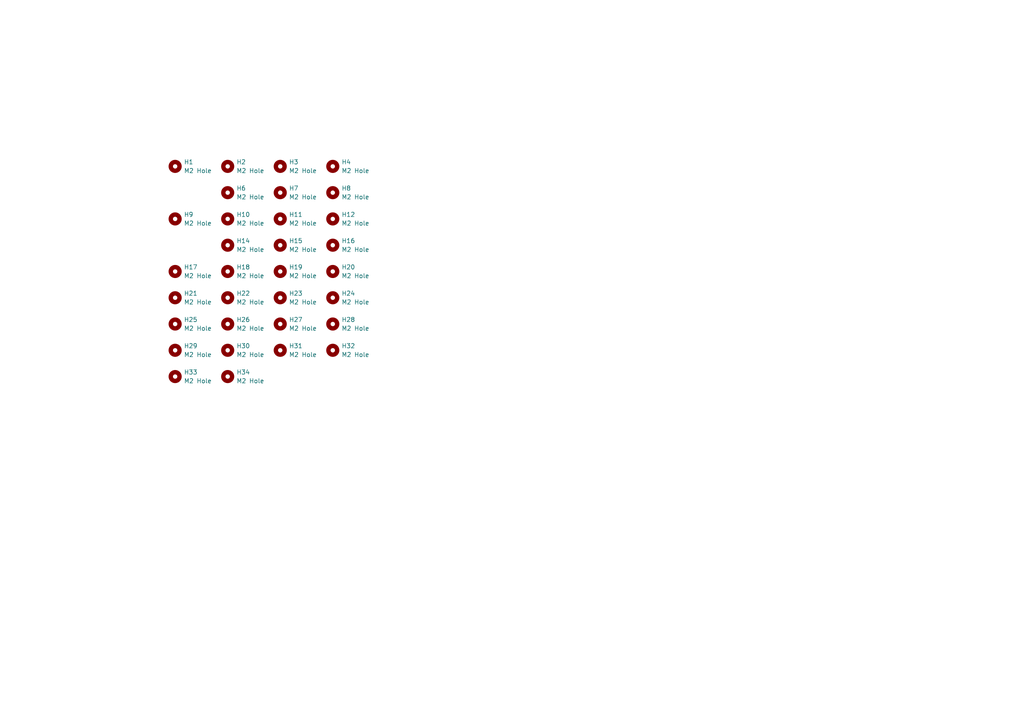
<source format=kicad_sch>
(kicad_sch (version 20230121) (generator eeschema)
  (paper "A4")
  (title_block (title "Le Capybara") (date "2023-09-01") (rev "0.2") (company "sporkus"))
  (lib_symbols
    (symbol "Mechanical:MountingHole" (pin_names (offset 1.016))
      (property "Reference" "H" (at 0 5.08 0))
      (property "Value" "MountingHole" (at 0 3.175 0))
      (symbol "MountingHole_0_1"
        (circle (center 0 0) (radius 1.27) (stroke (width 1.27)))
      )
    )
  )
  (symbol (lib_id "Mechanical:MountingHole") (at 96.52 93.98 0) (unit 1)
    (property "Reference" "H28" (at 99.06 92.71 0) (effects (justify left)))
    (property "Value" "M2 Hole" (at 99.06 95.25 0) (effects (justify left)))
    (property "Footprint" "capacitive_sensors:MountingHole_2.2mm_M2" (effects hide))
  )
  (symbol (lib_id "Mechanical:MountingHole") (at 50.8 93.98 0) (unit 1)
    (property "Reference" "H25" (at 53.34 92.71 0) (effects (justify left)))
    (property "Value" "M2 Hole" (at 53.34 95.25 0) (effects (justify left)))
    (property "Footprint" "capacitive_sensors:MountingHole_2.2mm_M2" (effects hide))
  )
  (symbol (lib_id "Mechanical:MountingHole") (at 66.04 86.36 0) (unit 1)
    (property "Reference" "H22" (at 68.58 85.09 0) (effects (justify left)))
    (property "Value" "M2 Hole" (at 68.58 87.63 0) (effects (justify left)))
    (property "Footprint" "MountingHole:MountingHole_2.2mm_M2" (effects hide))
  )
  (symbol (lib_id "Mechanical:MountingHole") (at 66.04 48.26 0) (unit 1)
    (property "Reference" "H2" (at 68.58 46.99 0) (effects (justify left)))
    (property "Value" "M2 Hole" (at 68.58 49.53 0) (effects (justify left)))
    (property "Footprint" "capacitive_sensors:MountingHole_2.2mm_M2" (effects hide))
  )
  (symbol (lib_id "Mechanical:MountingHole") (at 66.04 55.88 0) (unit 1)
    (property "Reference" "H6" (at 68.58 54.61 0) (effects (justify left)))
    (property "Value" "M2 Hole" (at 68.58 57.15 0) (effects (justify left)))
    (property "Footprint" "capacitive_sensors:MountingHole_2.2mm_M2" (effects hide))
  )
  (symbol (lib_id "Mechanical:MountingHole") (at 96.52 55.88 0) (unit 1)
    (property "Reference" "H8" (at 99.06 54.61 0) (effects (justify left)))
    (property "Value" "M2 Hole" (at 99.06 57.15 0) (effects (justify left)))
    (property "Footprint" "MountingHole:MountingHole_2.2mm_M2" (effects hide))
  )
  (symbol (lib_id "Mechanical:MountingHole") (at 81.28 93.98 0) (unit 1)
    (property "Reference" "H27" (at 83.82 92.71 0) (effects (justify left)))
    (property "Value" "M2 Hole" (at 83.82 95.25 0) (effects (justify left)))
    (property "Footprint" "capacitive_sensors:MountingHole_2.2mm_M2" (effects hide))
  )
  (symbol (lib_id "Mechanical:MountingHole") (at 66.04 109.22 0) (unit 1)
    (property "Reference" "H34" (at 68.58 107.95 0) (effects (justify left)))
    (property "Value" "M2 Hole" (at 68.58 110.49 0) (effects (justify left)))
    (property "Footprint" "capacitive_sensors:MountingHole_2.2mm_M2" (effects hide))
  )
  (symbol (lib_id "Mechanical:MountingHole") (at 96.52 78.74 0) (unit 1)
    (property "Reference" "H20" (at 99.06 77.47 0) (effects (justify left)))
    (property "Value" "M2 Hole" (at 99.06 80.01 0) (effects (justify left)))
    (property "Footprint" "capacitive_sensors:MountingHole_2.2mm_M2" (effects hide))
  )
  (symbol (lib_id "Mechanical:MountingHole") (at 81.28 71.12 0) (unit 1)
    (property "Reference" "H15" (at 83.82 69.85 0) (effects (justify left)))
    (property "Value" "M2 Hole" (at 83.82 72.39 0) (effects (justify left)))
    (property "Footprint" "capacitive_sensors:MountingHole_2.2mm_M2" (effects hide))
  )
  (symbol (lib_id "Mechanical:MountingHole") (at 96.52 63.5 0) (unit 1)
    (property "Reference" "H12" (at 99.06 62.23 0) (effects (justify left)))
    (property "Value" "M2 Hole" (at 99.06 64.77 0) (effects (justify left)))
    (property "Footprint" "capacitive_sensors:MountingHole_2.2mm_M2" (effects hide))
  )
  (symbol (lib_id "Mechanical:MountingHole") (at 50.8 109.22 0) (unit 1)
    (property "Reference" "H33" (at 53.34 107.95 0) (effects (justify left)))
    (property "Value" "M2 Hole" (at 53.34 110.49 0) (effects (justify left)))
    (property "Footprint" "capacitive_sensors:MountingHole_2.2mm_M2" (effects hide))
  )
  (symbol (lib_id "Mechanical:MountingHole") (at 96.52 71.12 0) (unit 1)
    (property "Reference" "H16" (at 99.06 69.85 0) (effects (justify left)))
    (property "Value" "M2 Hole" (at 99.06 72.39 0) (effects (justify left)))
    (property "Footprint" "capacitive_sensors:MountingHole_2.2mm_M2" (effects hide))
  )
  (symbol (lib_id "Mechanical:MountingHole") (at 66.04 93.98 0) (unit 1)
    (property "Reference" "H26" (at 68.58 92.71 0) (effects (justify left)))
    (property "Value" "M2 Hole" (at 68.58 95.25 0) (effects (justify left)))
    (property "Footprint" "capacitive_sensors:MountingHole_2.2mm_M2" (effects hide))
  )
  (symbol (lib_id "Mechanical:MountingHole") (at 81.28 78.74 0) (unit 1)
    (property "Reference" "H19" (at 83.82 77.47 0) (effects (justify left)))
    (property "Value" "M2 Hole" (at 83.82 80.01 0) (effects (justify left)))
    (property "Footprint" "capacitive_sensors:MountingHole_2.2mm_M2" (effects hide))
  )
  (symbol (lib_id "Mechanical:MountingHole") (at 50.8 78.74 0) (unit 1)
    (property "Reference" "H17" (at 53.34 77.47 0) (effects (justify left)))
    (property "Value" "M2 Hole" (at 53.34 80.01 0) (effects (justify left)))
    (property "Footprint" "capacitive_sensors:MountingHole_2.2mm_M2" (effects hide))
  )
  (symbol (lib_id "Mechanical:MountingHole") (at 96.52 48.26 0) (unit 1)
    (property "Reference" "H4" (at 99.06 46.99 0) (effects (justify left)))
    (property "Value" "M2 Hole" (at 99.06 49.53 0) (effects (justify left)))
    (property "Footprint" "capacitive_sensors:MountingHole_2.2mm_M2" (effects hide))
  )
  (symbol (lib_id "Mechanical:MountingHole") (at 50.8 101.6 0) (unit 1)
    (property "Reference" "H29" (at 53.34 100.33 0) (effects (justify left)))
    (property "Value" "M2 Hole" (at 53.34 102.87 0) (effects (justify left)))
    (property "Footprint" "capacitive_sensors:MountingHole_2.2mm_M2" (effects hide))
  )
  (symbol (lib_id "Mechanical:MountingHole") (at 66.04 78.74 0) (unit 1)
    (property "Reference" "H18" (at 68.58 77.47 0) (effects (justify left)))
    (property "Value" "M2 Hole" (at 68.58 80.01 0) (effects (justify left)))
    (property "Footprint" "capacitive_sensors:MountingHole_2.2mm_M2" (effects hide))
  )
  (symbol (lib_id "Mechanical:MountingHole") (at 66.04 101.6 0) (unit 1)
    (property "Reference" "H30" (at 68.58 100.33 0) (effects (justify left)))
    (property "Value" "M2 Hole" (at 68.58 102.87 0) (effects (justify left)))
    (property "Footprint" "capacitive_sensors:MountingHole_2.2mm_M2" (effects hide))
  )
  (symbol (lib_id "Mechanical:MountingHole") (at 81.28 55.88 0) (unit 1)
    (property "Reference" "H7" (at 83.82 54.61 0) (effects (justify left)))
    (property "Value" "M2 Hole" (at 83.82 57.15 0) (effects (justify left)))
    (property "Footprint" "capacitive_sensors:MountingHole_2.2mm_M2" (effects hide))
  )
  (symbol (lib_id "Mechanical:MountingHole") (at 81.28 86.36 0) (unit 1)
    (property "Reference" "H23" (at 83.82 85.09 0) (effects (justify left)))
    (property "Value" "M2 Hole" (at 83.82 87.63 0) (effects (justify left)))
    (property "Footprint" "capacitive_sensors:MountingHole_2.2mm_M2" (effects hide))
  )
  (symbol (lib_id "Mechanical:MountingHole") (at 81.28 63.5 0) (unit 1)
    (property "Reference" "H11" (at 83.82 62.23 0) (effects (justify left)))
    (property "Value" "M2 Hole" (at 83.82 64.77 0) (effects (justify left)))
    (property "Footprint" "capacitive_sensors:MountingHole_2.2mm_M2" (effects hide))
  )
  (symbol (lib_id "Mechanical:MountingHole") (at 81.28 101.6 0) (unit 1)
    (property "Reference" "H31" (at 83.82 100.33 0) (effects (justify left)))
    (property "Value" "M2 Hole" (at 83.82 102.87 0) (effects (justify left)))
    (property "Footprint" "MountingHole:MountingHole_2.2mm_M2" (effects hide))
  )
  (symbol (lib_id "Mechanical:MountingHole") (at 81.28 48.26 0) (unit 1)
    (property "Reference" "H3" (at 83.82 46.99 0) (effects (justify left)))
    (property "Value" "M2 Hole" (at 83.82 49.53 0) (effects (justify left)))
    (property "Footprint" "capacitive_sensors:MountingHole_2.2mm_M2" (effects hide))
  )
  (symbol (lib_id "Mechanical:MountingHole") (at 50.8 86.36 0) (unit 1)
    (property "Reference" "H21" (at 53.34 85.09 0) (effects (justify left)))
    (property "Value" "M2 Hole" (at 53.34 87.63 0) (effects (justify left)))
    (property "Footprint" "capacitive_sensors:MountingHole_2.2mm_M2" (effects hide))
  )
  (symbol (lib_id "Mechanical:MountingHole") (at 66.04 71.12 0) (unit 1)
    (property "Reference" "H14" (at 68.58 69.85 0) (effects (justify left)))
    (property "Value" "M2 Hole" (at 68.58 72.39 0) (effects (justify left)))
    (property "Footprint" "capacitive_sensors:MountingHole_2.2mm_M2" (effects hide))
  )
  (symbol (lib_id "Mechanical:MountingHole") (at 50.8 48.26 0) (unit 1)
    (property "Reference" "H1" (at 53.34 46.99 0) (effects (justify left)))
    (property "Value" "M2 Hole" (at 53.34 49.53 0) (effects (justify left)))
    (property "Footprint" "capacitive_sensors:MountingHole_2.2mm_M2" (effects hide))
  )
  (symbol (lib_id "Mechanical:MountingHole") (at 50.8 63.5 0) (unit 1)
    (property "Reference" "H9" (at 53.34 62.23 0) (effects (justify left)))
    (property "Value" "M2 Hole" (at 53.34 64.77 0) (effects (justify left)))
    (property "Footprint" "capacitive_sensors:MountingHole_2.2mm_M2" (effects hide))
  )
  (symbol (lib_id "Mechanical:MountingHole") (at 96.52 86.36 0) (unit 1)
    (property "Reference" "H24" (at 99.06 85.09 0) (effects (justify left)))
    (property "Value" "M2 Hole" (at 99.06 87.63 0) (effects (justify left)))
    (property "Footprint" "capacitive_sensors:MountingHole_2.2mm_M2" (effects hide))
  )
  (symbol (lib_id "Mechanical:MountingHole") (at 96.52 101.6 0) (unit 1)
    (property "Reference" "H32" (at 99.06 100.33 0) (effects (justify left)))
    (property "Value" "M2 Hole" (at 99.06 102.87 0) (effects (justify left)))
    (property "Footprint" "MountingHole:MountingHole_2.2mm_M2" (effects hide))
  )
  (symbol (lib_id "Mechanical:MountingHole") (at 66.04 63.5 0) (unit 1)
    (property "Reference" "H10" (at 68.58 62.23 0) (effects (justify left)))
    (property "Value" "M2 Hole" (at 68.58 64.77 0) (effects (justify left)))
    (property "Footprint" "capacitive_sensors:MountingHole_2.2mm_M2" (effects hide))
  )
)
</source>
